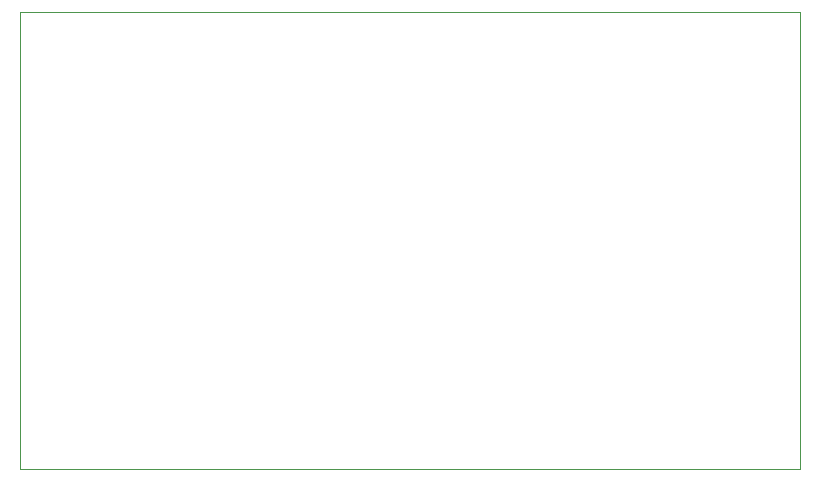
<source format=gbr>
%TF.GenerationSoftware,KiCad,Pcbnew,6.0.11-2627ca5db0~126~ubuntu20.04.1*%
%TF.CreationDate,2024-05-07T16:59:55-06:00*%
%TF.ProjectId,red-pitaya-pwm-shield,7265642d-7069-4746-9179-612d70776d2d,rev?*%
%TF.SameCoordinates,Original*%
%TF.FileFunction,Profile,NP*%
%FSLAX46Y46*%
G04 Gerber Fmt 4.6, Leading zero omitted, Abs format (unit mm)*
G04 Created by KiCad (PCBNEW 6.0.11-2627ca5db0~126~ubuntu20.04.1) date 2024-05-07 16:59:55*
%MOMM*%
%LPD*%
G01*
G04 APERTURE LIST*
%TA.AperFunction,Profile*%
%ADD10C,0.100000*%
%TD*%
G04 APERTURE END LIST*
D10*
X45720000Y-62230000D02*
X111760000Y-62230000D01*
X111760000Y-62230000D02*
X111760000Y-100914200D01*
X111760000Y-100914200D02*
X45720000Y-100914200D01*
X45720000Y-100914200D02*
X45720000Y-62230000D01*
M02*

</source>
